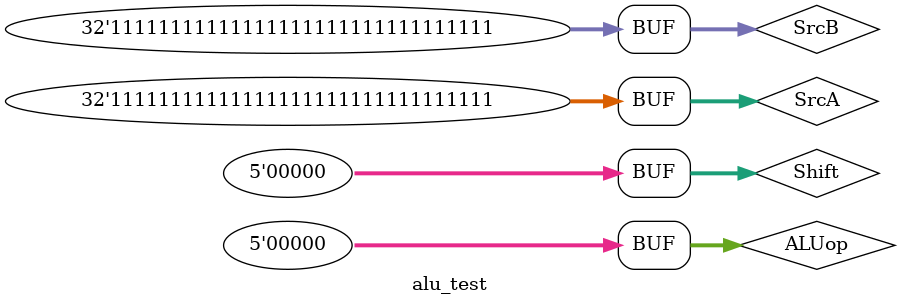
<source format=v>
`timescale 1ns / 1ps


module alu_test;

	// Inputs
	reg [31:0] SrcA;
	reg [31:0] SrcB;
	reg [4:0] Shift;
	reg [4:0] ALUop;

	// Outputs
	wire [31:0] ALUresult;

	// Instantiate the Unit Under Test (UUT)
	alu_E uut (
		.SrcA(SrcA), 
		.SrcB(SrcB), 
		.Shift(Shift), 
		.ALUop(ALUop), 
		.ALUresult(ALUresult)
	);

	initial begin
		// Initialize Inputs
		SrcA = 32'hffffffff;
		SrcB = 32'hffffffff;
		Shift = 0;
		ALUop = 0;

		// Wait 100 ns for global reset to finish
        
		// Add stimulus here

	end
      
endmodule


</source>
